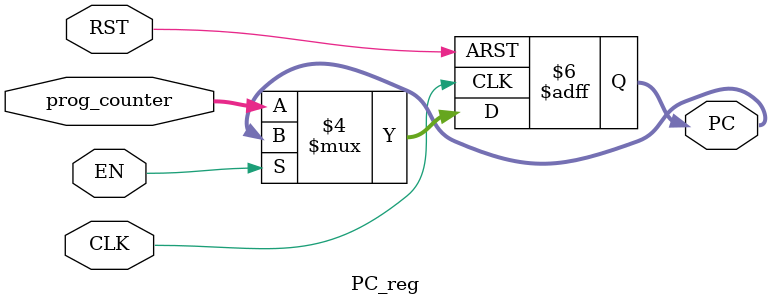
<source format=v>
module PC_reg # (parameter DATA_WIDTH =32)
(
    input wire CLK,RST, EN,
    input wire [DATA_WIDTH-1:0] prog_counter,
    output reg [DATA_WIDTH-1:0] PC
);

always @(posedge CLK or negedge RST)
begin
    if (!RST)
    PC <= 'd0;
    else if(!EN)
    PC <= prog_counter;
end
endmodule 
</source>
